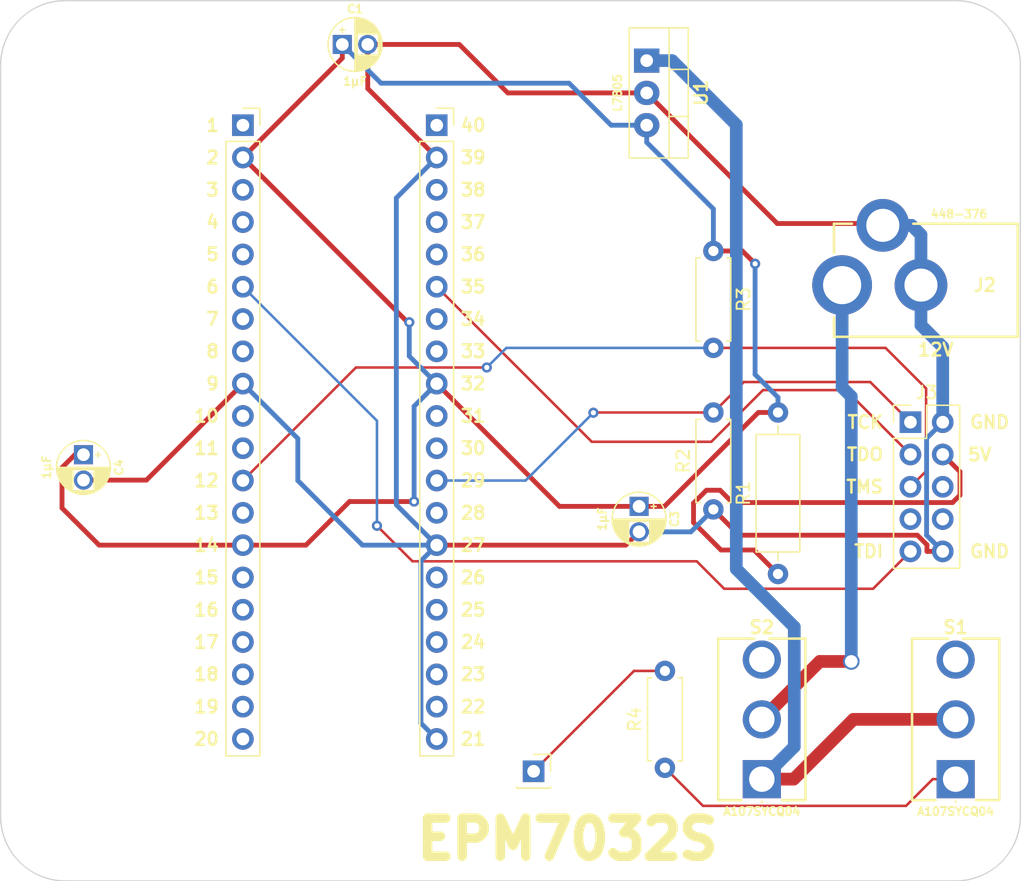
<source format=kicad_pcb>
(kicad_pcb (version 20240108) (generator "pcbnew") (generator_version "8.0")
  (title_block (title "EPM7160S") (date "2025-02-06") (rev "V0"))
  (layers (0 "F.Cu" signal) (31 "B.Cu" signal) (36 "B.SilkS" user "B.Silkscreen") (37 "F.SilkS" user "F.Silkscreen") (38 "B.Mask" user) (39 "F.Mask" user) (44 "Edge.Cuts" user))
  (net 0 "")
  (net 2 "/GND")
  (net 3 "/TMS")
  (net 4 "/TDO")
  (net 5 "/TDI")
  (net 6 "/TCK")
  (net 7 "/INPUT{slash}OE1")
  (net 10 "/5V")
  (net 11 "/12V Socket")
  (net 14 "Net-(J3-Pin_4)")
  (net 16 "/12V")
  (net 17 "Net-(S1-P1)")
  (footprint "SamacSys_Parts:CP_Radial_D4.0mm_P2.00mm" (layer "F.Cu") (at 10.356 -24.13)
    (property "Reference" "C1" (at 1 -2.794 0) (layer "F.SilkS") (effects (font (size 0.635 0.635))))
    (property "Value" "1μF" (at 1 2.8956 0) (layer "F.SilkS") (effects (font (size 0.635 0.635))))
    (pad "1" thru_hole rect (at 0 0) (size 1.5 1.5) (drill 1) (layers "*.Cu" "*.Mask") (net 10 "/5V"))
    (pad "2" thru_hole circle (at 2 0) (size 1.5 1.5) (drill 1) (layers "*.Cu" "*.Mask") (net 2 "/GND"))
  )
  (footprint "Resistor_THT:R_Axial_DIN0207_L6.3mm_D2.5mm_P7.62mm_Horizontal" (layer "F.Cu") (at 35.724 32.749 90)
    (property "Reference" "R4" (at 3.81 -2.37 90) (layer "F.SilkS"))
    (property "Value" "2.2K")
    (pad "1" thru_hole circle (at 0 0 90) (size 1.6 1.6) (drill 0.8) (layers "*.Cu" "*.Mask") (net 17 "Net-(S1-P1)"))
    (pad "2" thru_hole oval (at 7.62 0 90) (size 1.6 1.6) (drill 0.8) (layers "*.Cu" "*.Mask") (net 7 "/INPUT{slash}OE1"))
  )
  (footprint "SamacSys_Parts:448376" (layer "F.Cu") (at 60.8838 -5.207)
    (property "Reference" "J2" (at 0 0 0) (layer "F.SilkS") (effects (font (thickness 0.2))))
    (property "Value" "448-376" (at -2.032 -5.588 0) (layer "F.SilkS") (effects (font (size 0.635 0.635))))
    (pad "INNER" thru_hole circle (at -11.2268 0) (size 4.7 4.7) (drill 3) (layers "*.Cu" "*.Mask") (net 11 "/12V Socket"))
    (pad "SHL1" thru_hole circle (at -8.0268 -4.7) (size 4.15 4.15) (drill 2.6) (layers "*.Cu" "*.Mask") (net 2 "/GND"))
    (pad "SHL2" thru_hole circle (at -5.0268 0) (size 4.15 4.15) (drill 2.6) (layers "*.Cu" "*.Mask") (net 2 "/GND"))
  )
  (footprint "SamacSys_Parts:A107SYCQ04" (layer "F.Cu") (at 43.344 33.638)
    (property "Reference" "S2" (at 0 -11.938 0) (layer "F.SilkS") (effects (font (thickness 0.2))))
    (property "Value" "A107SYCQ04" (at 0 2.54 0) (layer "F.SilkS") (effects (font (size 0.635 0.635))))
    (pad "1" thru_hole rect (at 0 0) (size 3 3) (drill 2) (layers "*.Cu" "*.Mask") (net 16 "/12V"))
    (pad "2" thru_hole circle (at 0 -4.699) (size 3 3) (drill 2) (layers "*.Cu" "*.Mask") (net 11 "/12V Socket"))
    (pad "3" thru_hole circle (at 0 -9.398) (size 3 3) (drill 2) (layers "*.Cu" "*.Mask"))
  )
  (footprint "SamacSys_Parts:TO-220-3_Vertical" (layer "F.Cu") (at 34.29 -22.86 -90)
    (property "Reference" "U1" (at 2.54 -4.27 90) (layer "F.SilkS") (effects (font (thickness 0.2))))
    (property "Value" "L7805" (at 2.54 2.286 90) (layer "F.SilkS") (effects (font (size 0.635 0.635))))
    (pad "1" thru_hole rect (at 0 0 270) (size 1.905 2) (drill 1) (layers "*.Cu" "*.Mask") (net 16 "/12V"))
    (pad "2" thru_hole oval (at 2.54 0 270) (size 1.905 2) (drill 1) (layers "*.Cu" "*.Mask") (net 2 "/GND"))
    (pad "3" thru_hole oval (at 5.08 0 270) (size 1.905 2) (drill 1) (layers "*.Cu" "*.Mask") (net 10 "/5V"))
  )
  (footprint "Resistor_THT:R_Axial_DIN0309_L9.0mm_D3.2mm_P12.70mm_Horizontal" (layer "F.Cu") (at 44.614 17.509 90)
    (property "Reference" "R1" (at 6.35 -2.72 90) (layer "F.SilkS"))
    (property "Value" "100")
    (pad "1" thru_hole circle (at 0 0 90) (size 1.6 1.6) (drill 0.8) (layers "*.Cu" "*.Mask") (net 14 "Net-(J3-Pin_4)"))
    (pad "2" thru_hole oval (at 12.7 0 90) (size 1.6 1.6) (drill 0.8) (layers "*.Cu" "*.Mask") (net 10 "/5V"))
  )
  (footprint "Connector_PinSocket_2.54mm:PinSocket_1x20_P2.54mm_Vertical" (layer "F.Cu") (at 2.54 -17.78)
    (property "Reference" "J1" (hide yes))
    (property "Value" "Conn_01x20_Socket")
    (pad "1" thru_hole rect (at 0 0) (size 1.7 1.7) (drill 1) (layers "*.Cu" "*.Mask"))
    (pad "2" thru_hole oval (at 0 2.54) (size 1.7 1.7) (drill 1) (layers "*.Cu" "*.Mask") (net 10 "/5V"))
    (pad "3" thru_hole oval (at 0 5.08) (size 1.7 1.7) (drill 1) (layers "*.Cu" "*.Mask"))
    (pad "4" thru_hole oval (at 0 7.62) (size 1.7 1.7) (drill 1) (layers "*.Cu" "*.Mask"))
    (pad "5" thru_hole oval (at 0 10.16) (size 1.7 1.7) (drill 1) (layers "*.Cu" "*.Mask"))
    (pad "6" thru_hole oval (at 0 12.7) (size 1.7 1.7) (drill 1) (layers "*.Cu" "*.Mask") (net 5 "/TDI"))
    (pad "7" thru_hole oval (at 0 15.24) (size 1.7 1.7) (drill 1) (layers "*.Cu" "*.Mask"))
    (pad "8" thru_hole oval (at 0 17.78) (size 1.7 1.7) (drill 1) (layers "*.Cu" "*.Mask"))
    (pad "9" thru_hole oval (at 0 20.32) (size 1.7 1.7) (drill 1) (layers "*.Cu" "*.Mask") (net 2 "/GND"))
    (pad "10" thru_hole oval (at 0 22.86) (size 1.7 1.7) (drill 1) (layers "*.Cu" "*.Mask"))
    (pad "11" thru_hole oval (at 0 25.4) (size 1.7 1.7) (drill 1) (layers "*.Cu" "*.Mask"))
    (pad "12" thru_hole oval (at 0 27.94) (size 1.7 1.7) (drill 1) (layers "*.Cu" "*.Mask") (net 3 "/TMS"))
    (pad "13" thru_hole oval (at 0 30.48) (size 1.7 1.7) (drill 1) (layers "*.Cu" "*.Mask"))
    (pad "14" thru_hole oval (at 0 33.02) (size 1.7 1.7) (drill 1) (layers "*.Cu" "*.Mask") (net 10 "/5V"))
    (pad "15" thru_hole oval (at 0 35.56) (size 1.7 1.7) (drill 1) (layers "*.Cu" "*.Mask"))
    (pad "16" thru_hole oval (at 0 38.1) (size 1.7 1.7) (drill 1) (layers "*.Cu" "*.Mask"))
    (pad "17" thru_hole oval (at 0 40.64) (size 1.7 1.7) (drill 1) (layers "*.Cu" "*.Mask"))
    (pad "18" thru_hole oval (at 0 43.18) (size 1.7 1.7) (drill 1) (layers "*.Cu" "*.Mask"))
    (pad "19" thru_hole oval (at 0 45.72) (size 1.7 1.7) (drill 1) (layers "*.Cu" "*.Mask"))
    (pad "20" thru_hole oval (at 0 48.26) (size 1.7 1.7) (drill 1) (layers "*.Cu" "*.Mask"))
  )
  (footprint "SamacSys_Parts:CP_Radial_D4.0mm_P2.00mm" (layer "F.Cu") (at 33.692 12.191 -90)
    (property "Reference" "C3" (at 1 -2.794 90) (layer "F.SilkS") (effects (font (size 0.635 0.635))))
    (property "Value" "1μF" (at 1 2.8956 90) (layer "F.SilkS") (effects (font (size 0.635 0.635))))
    (pad "1" thru_hole rect (at 0 0 270) (size 1.5 1.5) (drill 1) (layers "*.Cu" "*.Mask") (net 10 "/5V"))
    (pad "2" thru_hole circle (at 2 0 270) (size 1.5 1.5) (drill 1) (layers "*.Cu" "*.Mask") (net 2 "/GND"))
  )
  (footprint "Connector_PinHeader_2.54mm:PinHeader_2x05_P2.54mm_Vertical" (layer "F.Cu") (at 55.028 5.571)
    (property "Reference" "J3" (at 1.27 -2.33 0) (layer "F.SilkS"))
    (property "Value" "Conn_02x05_Counter_Clockwise")
    (pad "1" thru_hole rect (at 0 0) (size 1.7 1.7) (drill 1) (layers "*.Cu" "*.Mask") (net 6 "/TCK"))
    (pad "2" thru_hole oval (at 2.54 0) (size 1.7 1.7) (drill 1) (layers "*.Cu" "*.Mask") (net 2 "/GND"))
    (pad "3" thru_hole oval (at 0 2.54) (size 1.7 1.7) (drill 1) (layers "*.Cu" "*.Mask") (net 4 "/TDO"))
    (pad "4" thru_hole oval (at 2.54 2.54) (size 1.7 1.7) (drill 1) (layers "*.Cu" "*.Mask") (net 14 "Net-(J3-Pin_4)"))
    (pad "5" thru_hole oval (at 0 5.08) (size 1.7 1.7) (drill 1) (layers "*.Cu" "*.Mask") (net 3 "/TMS"))
    (pad "6" thru_hole oval (at 2.54 5.08) (size 1.7 1.7) (drill 1) (layers "*.Cu" "*.Mask"))
    (pad "7" thru_hole oval (at 0 7.62) (size 1.7 1.7) (drill 1) (layers "*.Cu" "*.Mask"))
    (pad "8" thru_hole oval (at 2.54 7.62) (size 1.7 1.7) (drill 1) (layers "*.Cu" "*.Mask"))
    (pad "9" thru_hole oval (at 0 10.16) (size 1.7 1.7) (drill 1) (layers "*.Cu" "*.Mask") (net 5 "/TDI"))
    (pad "10" thru_hole oval (at 2.54 10.16) (size 1.7 1.7) (drill 1) (layers "*.Cu" "*.Mask") (net 2 "/GND"))
  )
  (footprint "Resistor_THT:R_Axial_DIN0207_L6.3mm_D2.5mm_P7.62mm_Horizontal" (layer "F.Cu") (at 39.534 12.429 90)
    (property "Reference" "R2" (at 3.81 -2.37 90) (layer "F.SilkS"))
    (property "Value" "6.8K")
    (pad "1" thru_hole circle (at 0 0 90) (size 1.6 1.6) (drill 0.8) (layers "*.Cu" "*.Mask") (net 2 "/GND"))
    (pad "2" thru_hole oval (at 7.62 0 90) (size 1.6 1.6) (drill 0.8) (layers "*.Cu" "*.Mask") (net 6 "/TCK"))
  )
  (footprint "Resistor_THT:R_Axial_DIN0207_L6.3mm_D2.5mm_P7.62mm_Horizontal" (layer "F.Cu") (at 39.534 -7.891 -90)
    (property "Reference" "R3" (at 3.81 -2.37 90) (layer "F.SilkS"))
    (property "Value" "6.8K")
    (pad "1" thru_hole circle (at 0 0 270) (size 1.6 1.6) (drill 0.8) (layers "*.Cu" "*.Mask") (net 10 "/5V"))
    (pad "2" thru_hole oval (at 7.62 0 270) (size 1.6 1.6) (drill 0.8) (layers "*.Cu" "*.Mask") (net 3 "/TMS"))
  )
  (footprint "Connector_PinSocket_2.54mm:PinSocket_1x01_P2.54mm_Vertical" (layer "F.Cu") (at 25.4 33.02)
    (property "Reference" "J5" (hide yes))
    (property "Value" "Conn_01x20_Socket")
    (pad "1" thru_hole rect (at 0 0) (size 1.7 1.7) (drill 1) (layers "*.Cu" "*.Mask") (net 7 "/INPUT{slash}OE1"))
  )
  (footprint "SamacSys_Parts:A107SYCQ04" (layer "F.Cu") (at 58.584 33.638)
    (property "Reference" "S1" (at 0 -11.938 0) (layer "F.SilkS") (effects (font (thickness 0.2))))
    (property "Value" "A107SYCQ04" (at 0 2.54 0) (layer "F.SilkS") (effects (font (size 0.635 0.635))))
    (pad "1" thru_hole rect (at 0 0) (size 3 3) (drill 2) (layers "*.Cu" "*.Mask") (net 17 "Net-(S1-P1)"))
    (pad "2" thru_hole circle (at 0 -4.699) (size 3 3) (drill 2) (layers "*.Cu" "*.Mask") (net 16 "/12V"))
    (pad "3" thru_hole circle (at 0 -9.398) (size 3 3) (drill 2) (layers "*.Cu" "*.Mask"))
  )
  (footprint "Connector_PinSocket_2.54mm:PinSocket_1x20_P2.54mm_Vertical" (layer "F.Cu") (at 17.78 -17.78)
    (property "Reference" "J4" (hide yes))
    (property "Value" "Conn_01x20_Socket")
    (pad "1" thru_hole rect (at 0 0) (size 1.7 1.7) (drill 1) (layers "*.Cu" "*.Mask"))
    (pad "2" thru_hole oval (at 0 2.54) (size 1.7 1.7) (drill 1) (layers "*.Cu" "*.Mask") (net 2 "/GND"))
    (pad "3" thru_hole oval (at 0 5.08) (size 1.7 1.7) (drill 1) (layers "*.Cu" "*.Mask"))
    (pad "4" thru_hole oval (at 0 7.62) (size 1.7 1.7) (drill 1) (layers "*.Cu" "*.Mask"))
    (pad "5" thru_hole oval (at 0 10.16) (size 1.7 1.7) (drill 1) (layers "*.Cu" "*.Mask"))
    (pad "6" thru_hole oval (at 0 12.7) (size 1.7 1.7) (drill 1) (layers "*.Cu" "*.Mask") (net 4 "/TDO"))
    (pad "7" thru_hole oval (at 0 15.24) (size 1.7 1.7) (drill 1) (layers "*.Cu" "*.Mask"))
    (pad "8" thru_hole oval (at 0 17.78) (size 1.7 1.7) (drill 1) (layers "*.Cu" "*.Mask"))
    (pad "9" thru_hole oval (at 0 20.32) (size 1.7 1.7) (drill 1) (layers "*.Cu" "*.Mask") (net 10 "/5V"))
    (pad "10" thru_hole oval (at 0 22.86) (size 1.7 1.7) (drill 1) (layers "*.Cu" "*.Mask"))
    (pad "11" thru_hole oval (at 0 25.4) (size 1.7 1.7) (drill 1) (layers "*.Cu" "*.Mask"))
    (pad "12" thru_hole oval (at 0 27.94) (size 1.7 1.7) (drill 1) (layers "*.Cu" "*.Mask") (net 6 "/TCK"))
    (pad "13" thru_hole oval (at 0 30.48) (size 1.7 1.7) (drill 1) (layers "*.Cu" "*.Mask"))
    (pad "14" thru_hole oval (at 0 33.02) (size 1.7 1.7) (drill 1) (layers "*.Cu" "*.Mask") (net 2 "/GND"))
    (pad "15" thru_hole oval (at 0 35.56) (size 1.7 1.7) (drill 1) (layers "*.Cu" "*.Mask"))
    (pad "16" thru_hole oval (at 0 38.1) (size 1.7 1.7) (drill 1) (layers "*.Cu" "*.Mask"))
    (pad "17" thru_hole oval (at 0 40.64) (size 1.7 1.7) (drill 1) (layers "*.Cu" "*.Mask"))
    (pad "18" thru_hole oval (at 0 43.18) (size 1.7 1.7) (drill 1) (layers "*.Cu" "*.Mask"))
    (pad "19" thru_hole oval (at 0 45.72) (size 1.7 1.7) (drill 1) (layers "*.Cu" "*.Mask"))
    (pad "20" thru_hole oval (at 0 48.26) (size 1.7 1.7) (drill 1) (layers "*.Cu" "*.Mask") (net 2 "/GND"))
  )
  (footprint "SamacSys_Parts:CP_Radial_D4.0mm_P2.00mm" (layer "F.Cu") (at -9.996 8.127 -90)
    (property "Reference" "C4" (at 1 -2.794 90) (layer "F.SilkS") (effects (font (size 0.635 0.635))))
    (property "Value" "1μF" (at 1 2.8956 90) (layer "F.SilkS") (effects (font (size 0.635 0.635))))
    (pad "1" thru_hole rect (at 0 0 270) (size 1.5 1.5) (drill 1) (layers "*.Cu" "*.Mask") (net 10 "/5V"))
    (pad "2" thru_hole circle (at 2 0 270) (size 1.5 1.5) (drill 1) (layers "*.Cu" "*.Mask") (net 2 "/GND"))
  )
  (gr_arc (start 58.592 -27.576) (mid 62.184102 -26.088102) (end 63.672 -22.496) (stroke (width 0.1)) (layer "Edge.Cuts"))
  (gr_line (start 63.672 36.559) (end 63.672 -22.496) (stroke (width 0.1)) (layer "Edge.Cuts"))
  (gr_arc (start -11.43 41.639) (mid -15.022102 40.151102) (end -16.51 36.559) (stroke (width 0.1)) (layer "Edge.Cuts"))
  (gr_line (start 58.592 -27.576) (end -11.43 -27.576) (stroke (width 0.1)) (layer "Edge.Cuts"))
  (gr_arc (start 63.672 36.559) (mid 62.184102 40.151102) (end 58.592 41.639) (stroke (width 0.1)) (layer "Edge.Cuts"))
  (gr_arc (start -16.51 -22.496) (mid -15.022102 -26.088102) (end -11.43 -27.576) (stroke (width 0.1)) (layer "Edge.Cuts"))
  (gr_line (start -11.43 41.639) (end 58.592 41.639) (stroke (width 0.1)) (layer "Edge.Cuts"))
  (gr_line (start -16.51 36.559) (end -16.51 -22.496) (stroke (width 0.1)) (layer "Edge.Cuts"))
  (gr_text "32" (at 19.558 2.54 0) (layer "F.SilkS") (effects (font (size 1 1) (thickness 0.2) (bold yes)) (justify left)))
  (gr_text "30" (at 19.558 7.62 0) (layer "F.SilkS") (effects (font (size 1 1) (thickness 0.2) (bold yes)) (justify left)))
  (gr_text "16" (at 0.762 20.32 0) (layer "F.SilkS") (effects (font (size 1 1) (thickness 0.2) (bold yes)) (justify right)))
  (gr_text "6" (at 0.762 -5.08 0) (layer "F.SilkS") (effects (font (size 1 1) (thickness 0.2) (bold yes)) (justify right)))
  (gr_text "29" (at 19.558 10.16 0) (layer "F.SilkS") (effects (font (size 1 1) (thickness 0.2) (bold yes)) (justify left)))
  (gr_text "24" (at 19.558 22.86 0) (layer "F.SilkS") (effects (font (size 1 1) (thickness 0.2) (bold yes)) (justify left)))
  (gr_text "26" (at 19.558 17.78 0) (layer "F.SilkS") (effects (font (size 1 1) (thickness 0.2) (bold yes)) (justify left)))
  (gr_text "15" (at 0.762 17.78 0) (layer "F.SilkS") (effects (font (size 1 1) (thickness 0.2) (bold yes)) (justify right)))
  (gr_text "19" (at 0.762 27.94 0) (layer "F.SilkS") (effects (font (size 1 1) (thickness 0.2) (bold yes)) (justify right)))
  (gr_text "21" (at 19.558 30.48 0) (layer "F.SilkS") (effects (font (size 1 1) (thickness 0.2) (bold yes)) (justify left)))
  (gr_text "7" (at 0.762 -2.54 0) (layer "F.SilkS") (effects (font (size 1 1) (thickness 0.2) (bold yes)) (justify right)))
  (gr_text "22" (at 19.558 27.94 0) (layer "F.SilkS") (effects (font (size 1 1) (thickness 0.2) (bold yes)) (justify left)))
  (gr_text "40" (at 19.558 -17.78 0) (layer "F.SilkS") (effects (font (size 1 1) (thickness 0.2) (bold yes)) (justify left)))
  (gr_text "10" (at 0.762 5.08 0) (layer "F.SilkS") (effects (font (size 1 1) (thickness 0.2) (bold yes)) (justify right)))
  (gr_text "5" (at 0.762 -7.62 0) (layer "F.SilkS") (effects (font (size 1 1) (thickness 0.2) (bold yes)) (justify right)))
  (gr_text "13" (at 0.762 12.7 0) (layer "F.SilkS") (effects (font (size 1 1) (thickness 0.2) (bold yes)) (justify right)))
  (gr_text "34" (at 19.558 -2.54 0) (layer "F.SilkS") (effects (font (size 1 1) (thickness 0.2) (bold yes)) (justify left)))
  (gr_text "12" (at 0.762 10.16 0) (layer "F.SilkS") (effects (font (size 1 1) (thickness 0.2) (bold yes)) (justify right)))
  (gr_text "25" (at 19.558 20.32 0) (layer "F.SilkS") (effects (font (size 1 1) (thickness 0.2) (bold yes)) (justify left)))
  (gr_text "35" (at 19.558 -5.08 0) (layer "F.SilkS") (effects (font (size 1 1) (thickness 0.2) (bold yes)) (justify left)))
  (gr_text "TDI" (at 52.996001 15.731 0) (layer "F.SilkS") (effects (font (size 1 1) (thickness 0.2) (bold yes)) (justify right)))
  (gr_text "4" (at 0.762 -10.16 0) (layer "F.SilkS") (effects (font (size 1 1) (thickness 0.2) (bold yes)) (justify right)))
  (gr_text "2" (at 0.762 -15.24 0) (layer "F.SilkS") (effects (font (size 1 1) (thickness 0.2) (bold yes)) (justify right)))
  (gr_text "EPM7032S" (at 28.067 38.354 0) (layer "F.SilkS") (effects (font (size 3 3) (thickness 0.75) (bold yes))))
  (gr_text "3" (at 0.762 -12.7 0) (layer "F.SilkS") (effects (font (size 1 1) (thickness 0.2) (bold yes)) (justify right)))
  (gr_text "TCK" (at 52.996001 5.571 0) (layer "F.SilkS") (effects (font (size 1 1) (thickness 0.2) (bold yes)) (justify right)))
  (gr_text "12V" (at 57.023 -0.127 0) (layer "F.SilkS") (effects (font (size 1 1) (thickness 0.2) (bold yes))))
  (gr_text "37" (at 19.558 -10.16 0) (layer "F.SilkS") (effects (font (size 1 1) (thickness 0.2) (bold yes)) (justify left)))
  (gr_text "TMS" (at 52.996001 10.651 0) (layer "F.SilkS") (effects (font (size 1 1) (thickness 0.2) (bold yes)) (justify right)))
  (gr_text "33" (at 19.558 0 0) (layer "F.SilkS") (effects (font (size 1 1) (thickness 0.2) (bold yes)) (justify left)))
  (gr_text "5V" (at 59.436 8.128 0) (layer "F.SilkS") (effects (font (size 1 1) (thickness 0.2) (bold yes)) (justify left)))
  (gr_text "27" (at 19.558 15.24 0) (layer "F.SilkS") (effects (font (size 1 1) (thickness 0.2) (bold yes)) (justify left)))
  (gr_text "GND" (at 59.600001 5.571 0) (layer "F.SilkS") (effects (font (size 1 1) (thickness 0.2) (bold yes)) (justify left)))
  (gr_text "31" (at 19.558 5.08 0) (layer "F.SilkS") (effects (font (size 1 1) (thickness 0.2) (bold yes)) (justify left)))
  (gr_text "TDO" (at 52.996001 8.111 0) (layer "F.SilkS") (effects (font (size 1 1) (thickness 0.2) (bold yes)) (justify right)))
  (gr_text "14" (at 0.762 15.24 0) (layer "F.SilkS") (effects (font (size 1 1) (thickness 0.2) (bold yes)) (justify right)))
  (gr_text "8" (at 0.762 0 0) (layer "F.SilkS") (effects (font (size 1 1) (thickness 0.2) (bold yes)) (justify right)))
  (gr_text "17" (at 0.762 22.86 0) (layer "F.SilkS") (effects (font (size 1 1) (thickness 0.2) (bold yes)) (justify right)))
  (gr_text "36" (at 19.558 -7.62 0) (layer "F.SilkS") (effects (font (size 1 1) (thickness 0.2) (bold yes)) (justify left)))
  (gr_text "38" (at 19.558 -12.7 0) (layer "F.SilkS") (effects (font (size 1 1) (thickness 0.2) (bold yes)) (justify left)))
  (gr_text "1" (at 0.762 -17.78 0) (layer "F.SilkS") (effects (font (size 1 1) (thickness 0.2) (bold yes)) (justify right)))
  (gr_text "18" (at 0.762 25.4 0) (layer "F.SilkS") (effects (font (size 1 1) (thickness 0.2) (bold yes)) (justify right)))
  (gr_text "28" (at 19.558 12.7 0) (layer "F.SilkS") (effects (font (size 1 1) (thickness 0.2) (bold yes)) (justify left)))
  (gr_text "20" (at 0.762 30.48 0) (layer "F.SilkS") (effects (font (size 1 1) (thickness 0.2) (bold yes)) (justify right)))
  (gr_text "9" (at 0.762 2.54 0) (layer "F.SilkS") (effects (font (size 1 1) (thickness 0.2) (bold yes)) (justify right)))
  (gr_text "11" (at 0.762 7.62 0) (layer "F.SilkS") (effects (font (size 1 1) (thickness 0.2) (bold yes)) (justify right)))
  (gr_text "39" (at 19.558 -15.24 0) (layer "F.SilkS") (effects (font (size 1 1) (thickness 0.2) (bold yes)) (justify left)))
  (gr_text "23" (at 19.558 25.4 0) (layer "F.SilkS") (effects (font (size 1 1) (thickness 0.2) (bold yes)) (justify left)))
  (gr_text "GND" (at 59.600001 15.731 0) (layer "F.SilkS") (effects (font (size 1 1) (thickness 0.2) (bold yes)) (justify left)))
  (segment (start 23.368 -20.32) (end 19.558 -24.13) (width 0.38) (layer "F.Cu") (net 2))
  (segment (start 12.356 -24.13) (end 12.356 -20.664) (width 0.38) (layer "F.Cu") (net 2))
  (segment (start 41.5645 14.4595) (end 39.534 12.429) (width 0.38) (layer "F.Cu") (net 2))
  (segment (start 34.29 -20.32) (end 44.559 -10.051) (width 0.38) (layer "F.Cu") (net 2))
  (segment (start 56.3263 15.731) (end 56.3263 15.212) (width 0.38) (layer "F.Cu") (net 2))
  (segment (start 32.643 15.24) (end 33.692 14.191) (width 0.38) (layer "F.Cu") (net 2))
  (segment (start 44.559 -10.051) (end 52.536 -10.051) (width 0.38) (layer "F.Cu") (net 2))
  (segment (start 34.29 -20.32) (end 23.368 -20.32) (width 0.38) (layer "F.Cu") (net 2))
  (segment (start 2.54 2.54) (end -5.047 10.127) (width 0.38) (layer "F.Cu") (net 2))
  (segment (start 57.568 15.731) (end 56.3263 15.731) (width 0.38) (layer "F.Cu") (net 2))
  (segment (start 17.78 15.24) (end 32.643 15.24) (width 0.38) (layer "F.Cu") (net 2))
  (segment (start 56.3263 15.212) (end 55.5738 14.4595) (width 0.38) (layer "F.Cu") (net 2))
  (segment (start 19.558 -24.13) (end 12.356 -24.13) (width 0.38) (layer "F.Cu") (net 2))
  (segment (start -5.047 10.127) (end -9.996 10.127) (width 0.38) (layer "F.Cu") (net 2))
  (segment (start 12.356 -20.664) (end 17.78 -15.24) (width 0.38) (layer "F.Cu") (net 2))
  (segment (start 55.5738 14.4595) (end 41.5645 14.4595) (width 0.38) (layer "F.Cu") (net 2))
  (segment (start 17.78 -15.24) (end 14.605 -12.065) (width 0.38) (layer "B.Cu") (net 2))
  (segment (start 55.857 -9.167) (end 55.117 -9.907) (width 1) (layer "B.Cu") (net 2))
  (segment (start 2.54 2.54) (end 6.858 6.858) (width 0.38) (layer "B.Cu") (net 2))
  (segment (start 55.857 -5.207) (end 55.857 -9.167) (width 1) (layer "B.Cu") (net 2))
  (segment (start 6.858 10.16) (end 11.938 15.24) (width 0.38) (layer "B.Cu") (net 2))
  (segment (start 33.692 14.191) (end 37.772 14.191) (width 0.38) (layer "B.Cu") (net 2))
  (segment (start 55.857 -5.207) (end 55.857 -2.055) (width 1) (layer "B.Cu") (net 2))
  (segment (start 57.568 15.731) (end 56.298 14.461) (width 0.38) (layer "B.Cu") (net 2))
  (segment (start 56.298 14.461) (end 56.298 6.841) (width 0.38) (layer "B.Cu") (net 2))
  (segment (start 57.568 -0.344) (end 57.568 5.571) (width 1) (layer "B.Cu") (net 2))
  (segment (start 56.298 6.841) (end 57.568 5.571) (width 0.38) (layer "B.Cu") (net 2))
  (segment (start 11.938 15.24) (end 17.78 15.24) (width 0.38) (layer "B.Cu") (net 2))
  (segment (start 55.117 -9.907) (end 52.857 -9.907) (width 1) (layer "B.Cu") (net 2))
  (segment (start 6.858 6.858) (end 6.858 10.16) (width 0.38) (layer "B.Cu") (net 2))
  (segment (start 16.54 29.24) (end 17.78 30.48) (width 0.38) (layer "B.Cu") (net 2))
  (segment (start 55.857 -2.055) (end 57.568 -0.344) (width 1) (layer "B.Cu") (net 2))
  (segment (start 17.78 15.24) (end 16.54 16.48) (width 0.38) (layer "B.Cu") (net 2))
  (segment (start 37.772 14.191) (end 39.534 12.429) (width 0.38) (layer "B.Cu") (net 2))
  (segment (start 14.605 -12.065) (end 14.605 12.065) (width 0.38) (layer "B.Cu") (net 2))
  (segment (start 16.54 16.48) (end 16.54 29.24) (width 0.38) (layer "B.Cu") (net 2))
  (segment (start 14.605 12.065) (end 17.78 15.24) (width 0.38) (layer "B.Cu") (net 2))
  (segment (start 11.43 1.27) (end 21.717 1.27) (width 0.2) (layer "F.Cu") (net 3))
  (segment (start 56.261 9.418) (end 55.028 10.651) (width 0.2) (layer "F.Cu") (net 3))
  (segment (start 2.54 10.16) (end 11.43 1.27) (width 0.2) (layer "F.Cu") (net 3))
  (segment (start 39.534 -0.271) (end 53.069 -0.271) (width 0.2) (layer "F.Cu") (net 3))
  (segment (start 56.261 2.921) (end 56.261 9.418) (width 0.2) (layer "F.Cu") (net 3))
  (segment (start 53.069 -0.271) (end 56.261 2.921) (width 0.2) (layer "F.Cu") (net 3))
  (via (at 21.717 1.27) (size 0.8) (drill 0.4) (layers "F.Cu" "B.Cu") (net 3))
  (segment (start 39.534 -0.271) (end 23.258 -0.271) (width 0.2) (layer "B.Cu") (net 3))
  (segment (start 23.258 -0.271) (end 21.717 1.27) (width 0.2) (layer "B.Cu") (net 3))
  (segment (start 49.965 3.048) (end 43.434 3.048) (width 0.2) (layer "F.Cu") (net 4))
  (segment (start 43.434 3.048) (end 39.37 7.112) (width 0.2) (layer "F.Cu") (net 4))
  (segment (start 55.028 8.111) (end 49.965 3.048) (width 0.2) (layer "F.Cu") (net 4))
  (segment (start 29.972 7.112) (end 17.78 -5.08) (width 0.2) (layer "F.Cu") (net 4))
  (segment (start 39.37 7.112) (end 29.972 7.112) (width 0.2) (layer "F.Cu") (net 4))
  (segment (start 38.227 16.51) (end 15.875006 16.51) (width 0.2) (layer "F.Cu") (net 5))
  (segment (start 15.875006 16.51) (end 13.081 13.715994) (width 0.2) (layer "F.Cu") (net 5))
  (segment (start 55.028 15.731) (end 52.09 18.669) (width 0.2) (layer "F.Cu") (net 5))
  (segment (start 52.09 18.669) (end 40.386 18.669) (width 0.2) (layer "F.Cu") (net 5))
  (segment (start 40.386 18.669) (end 38.227 16.51) (width 0.2) (layer "F.Cu") (net 5))
  (via (at 13.081 13.715994) (size 0.8) (drill 0.4) (layers "F.Cu" "B.Cu") (net 5))
  (segment (start 13.081 5.461) (end 13.081 13.715994) (width 0.2) (layer "B.Cu") (net 5))
  (segment (start 2.54 -5.08) (end 13.081 5.461) (width 0.2) (layer "B.Cu") (net 5))
  (segment (start 41.93 2.413) (end 39.534 4.809) (width 0.2) (layer "F.Cu") (net 6))
  (segment (start 51.87 2.413) (end 41.93 2.413) (width 0.2) (layer "F.Cu") (net 6))
  (segment (start 55.028 5.571) (end 51.87 2.413) (width 0.2) (layer "F.Cu") (net 6))
  (segment (start 39.534 4.809) (end 30.116 4.809) (width 0.2) (layer "F.Cu") (net 6))
  (segment (start 30.116 4.809) (end 30.098998 4.826002) (width 0.2) (layer "F.Cu") (net 6))
  (via (at 30.098998 4.826002) (size 0.8) (drill 0.4) (layers "F.Cu" "B.Cu") (net 6))
  (segment (start 24.765 10.16) (end 30.098998 4.826002) (width 0.2) (layer "B.Cu") (net 6))
  (segment (start 17.78 10.16) (end 24.765 10.16) (width 0.2) (layer "B.Cu") (net 6))
  (segment (start 35.724 25.129) (end 33.291 25.129) (width 0.2) (layer "F.Cu") (net 7))
  (segment (start 33.291 25.129) (end 25.4 33.02) (width 0.2) (layer "F.Cu") (net 7))
  (segment (start 35.688 12.191) (end 33.692 12.191) (width 0.38) (layer "F.Cu") (net 10))
  (segment (start 43.07 4.809) (end 35.688 12.191) (width 0.38) (layer "F.Cu") (net 10))
  (segment (start 2.54 -15.24) (end 15.494 -2.286) (width 0.38) (layer "F.Cu") (net 10))
  (segment (start 7.493 15.24) (end 2.54 15.24) (width 0.38) (layer "F.Cu") (net 10))
  (segment (start 27.431 12.191) (end 17.78 2.54) (width 0.38) (layer "F.Cu") (net 10))
  (segment (start -9.996 8.127) (end -10.667 8.127) (width 0.38) (layer "F.Cu") (net 10))
  (segment (start 15.494 -2.286) (end 15.621 -2.286) (width 0.38) (layer "F.Cu") (net 10))
  (segment (start -11.684 12.319) (end -8.763 15.24) (width 0.38) (layer "F.Cu") (net 10))
  (segment (start 41.8103 -7.891) (end 42.8139 -6.8874) (width 0.38) (layer "F.Cu") (net 10))
  (segment (start 10.356 -23.056) (end 2.54 -15.24) (width 0.38) (layer "F.Cu") (net 10))
  (segment (start 33.692 12.191) (end 27.431 12.191) (width 0.38) (layer "F.Cu") (net 10))
  (segment (start 39.534 -7.891) (end 41.8103 -7.891) (width 0.38) (layer "F.Cu") (net 10))
  (segment (start 10.356 -24.13) (end 10.356 -23.056) (width 0.38) (layer "F.Cu") (net 10))
  (segment (start -8.763 15.24) (end 2.54 15.24) (width 0.38) (layer "F.Cu") (net 10))
  (segment (start -10.667 8.127) (end -11.684 9.144) (width 0.38) (layer "F.Cu") (net 10))
  (segment (start 10.922 11.811) (end 7.493 15.24) (width 0.38) (layer "F.Cu") (net 10))
  (segment (start 16.002 11.811) (end 10.922 11.811) (width 0.38) (layer "F.Cu") (net 10))
  (segment (start 44.614 4.809) (end 43.07 4.809) (width 0.38) (layer "F.Cu") (net 10))
  (segment (start -11.684 9.144) (end -11.684 12.319) (width 0.38) (layer "F.Cu") (net 10))
  (via (at 42.8139 -6.8874) (size 0.8) (drill 0.4) (layers "F.Cu" "B.Cu") (net 10))
  (via (at 16.002 11.811) (size 0.8) (drill 0.4) (layers "F.Cu" "B.Cu") (net 10))
  (via (at 15.621 -2.286) (size 0.8) (drill 0.4) (layers "F.Cu" "B.Cu") (net 10))
  (segment (start 13.404 -21.082) (end 10.356 -24.13) (width 0.38) (layer "B.Cu") (net 10))
  (segment (start 15.621 0.381) (end 15.621 -2.286) (width 0.38) (layer "B.Cu") (net 10))
  (segment (start 16.002 4.318) (end 16.002 11.811) (width 0.38) (layer "B.Cu") (net 10))
  (segment (start 34.29 -17.78) (end 34.29 -16.4358) (width 0.38) (layer "B.Cu") (net 10))
  (segment (start 44.614 4.2131) (end 44.614 3.6173) (width 0.38) (layer "B.Cu") (net 10))
  (segment (start 42.8139 1.8172) (end 42.8139 -6.8874) (width 0.38) (layer "B.Cu") (net 10))
  (segment (start 34.29 -16.4358) (end 39.534 -11.1918) (width 0.38) (layer "B.Cu") (net 10))
  (segment (start 17.78 2.54) (end 15.621 0.381) (width 0.38) (layer "B.Cu") (net 10))
  (segment (start 17.78 2.54) (end 16.002 4.318) (width 0.38) (layer "B.Cu") (net 10))
  (segment (start 39.534 -11.1918) (end 39.534 -7.891) (width 0.38) (layer "B.Cu") (net 10))
  (segment (start 31.496 -17.78) (end 28.194 -21.082) (width 0.38) (layer "B.Cu") (net 10))
  (segment (start 44.614 3.6173) (end 42.8139 1.8172) (width 0.38) (layer "B.Cu") (net 10))
  (segment (start 34.29 -17.78) (end 31.496 -17.78) (width 0.38) (layer "B.Cu") (net 10))
  (segment (start 28.194 -21.082) (end 13.404 -21.082) (width 0.38) (layer "B.Cu") (net 10))
  (segment (start 43.344 28.939) (end 47.8978 24.3852) (width 1) (layer "F.Cu") (net 11))
  (segment (start 47.8978 24.3852) (end 50.3765 24.3852) (width 1) (layer "F.Cu") (net 11))
  (via (at 50.3765 24.3852) (size 1.3) (drill 1) (layers "F.Cu" "B.Cu") (net 11))
  (segment (start 49.657 -5.207) (end 49.657 2.8365) (width 1) (layer "B.Cu") (net 11))
  (segment (start 49.657 2.8365) (end 50.3765 3.556) (width 1) (layer "B.Cu") (net 11))
  (segment (start 50.3765 3.556) (end 50.3765 24.3852) (width 1) (layer "B.Cu") (net 11))
  (segment (start 58.928 11.303) (end 58.928 9.471) (width 0.38) (layer "F.Cu") (net 14))
  (segment (start 58.928 9.471) (end 57.568 8.111) (width 0.38) (layer "F.Cu") (net 14))
  (segment (start 38.989 10.922) (end 40.0628 10.922) (width 0.38) (layer "F.Cu") (net 14))
  (segment (start 58.34 11.891) (end 58.928 11.303) (width 0.38) (layer "F.Cu") (net 14))
  (segment (start 40.0628 10.922) (end 41.0318 11.891) (width 0.38) (layer "F.Cu") (net 14))
  (segment (start 41.0318 11.891) (end 58.34 11.891) (width 0.38) (layer "F.Cu") (net 14))
  (segment (start 37.973 13.462) (end 37.973 11.938) (width 0.38) (layer "F.Cu") (net 14))
  (segment (start 37.973 11.938) (end 38.989 10.922) (width 0.38) (layer "F.Cu") (net 14))
  (segment (start 44.614 17.509) (end 42.726 15.621) (width 0.38) (layer "F.Cu") (net 14))
  (segment (start 42.726 15.621) (end 40.132 15.621) (width 0.38) (layer "F.Cu") (net 14))
  (segment (start 40.132 15.621) (end 37.973 13.462) (width 0.38) (layer "F.Cu") (net 14))
  (segment (start 50.5447 28.939) (end 45.8457 33.638) (width 1) (layer "F.Cu") (net 16))
  (segment (start 58.584 28.939) (end 50.5447 28.939) (width 1) (layer "F.Cu") (net 16))
  (segment (start 43.344 33.638) (end 45.8457 33.638) (width 1) (layer "F.Cu") (net 16))
  (segment (start 36.2917 -22.86) (end 41.3357 -17.816) (width 1) (layer "B.Cu") (net 16))
  (segment (start 34.29 -22.86) (end 36.2917 -22.86) (width 1) (layer "B.Cu") (net 16))
  (segment (start 41.3357 -17.816) (end 41.3357 17.1119) (width 1) (layer "B.Cu") (net 16))
  (segment (start 45.894 31.088) (end 43.344 33.638) (width 1) (layer "B.Cu") (net 16))
  (segment (start 45.894 21.6702) (end 45.894 31.088) (width 1) (layer "B.Cu") (net 16))
  (segment (start 41.3357 17.1119) (end 45.894 21.6702) (width 1) (layer "B.Cu") (net 16))
  (segment (start 54.6806 35.7397) (end 38.7147 35.7397) (width 0.2) (layer "F.Cu") (net 17))
  (segment (start 38.7147 35.7397) (end 35.724 32.749) (width 0.2) (layer "F.Cu") (net 17))
  (segment (start 58.584 33.638) (end 56.7823 33.638) (width 0.2) (layer "F.Cu") (net 17))
  (segment (start 56.7823 33.638) (end 54.6806 35.7397) (width 0.2) (layer "F.Cu") (net 17))
)
</source>
